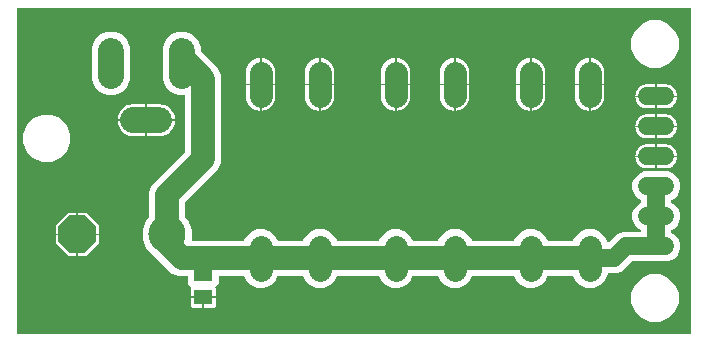
<source format=gbr>
G04 EAGLE Gerber RS-274X export*
G75*
%MOMM*%
%FSLAX34Y34*%
%LPD*%
%INBottom Copper*%
%IPPOS*%
%AMOC8*
5,1,8,0,0,1.08239X$1,22.5*%
G01*
%ADD10P,3.409096X8X202.500000*%
%ADD11C,3.149600*%
%ADD12R,1.600000X1.300000*%
%ADD13C,2.184400*%
%ADD14C,1.981200*%
%ADD15C,1.524000*%
%ADD16C,2.000000*%
%ADD17C,1.000000*%
%ADD18C,1.500000*%

G36*
X570050Y-369D02*
X570050Y-369D01*
X570101Y-367D01*
X570133Y-349D01*
X570169Y-341D01*
X570208Y-308D01*
X570253Y-284D01*
X570274Y-254D01*
X570302Y-231D01*
X570323Y-184D01*
X570353Y-142D01*
X570361Y-100D01*
X570373Y-72D01*
X570372Y-42D01*
X570380Y0D01*
X570380Y275000D01*
X570369Y275050D01*
X570367Y275101D01*
X570349Y275133D01*
X570341Y275169D01*
X570308Y275208D01*
X570284Y275253D01*
X570254Y275274D01*
X570231Y275302D01*
X570184Y275323D01*
X570142Y275353D01*
X570100Y275361D01*
X570072Y275373D01*
X570042Y275372D01*
X570000Y275380D01*
X0Y275380D01*
X-50Y275369D01*
X-101Y275367D01*
X-133Y275349D01*
X-169Y275341D01*
X-208Y275308D01*
X-253Y275284D01*
X-274Y275254D01*
X-302Y275231D01*
X-323Y275184D01*
X-353Y275142D01*
X-361Y275100D01*
X-373Y275072D01*
X-372Y275042D01*
X-380Y275000D01*
X-380Y0D01*
X-369Y-50D01*
X-367Y-101D01*
X-349Y-133D01*
X-341Y-169D01*
X-308Y-208D01*
X-284Y-253D01*
X-254Y-274D01*
X-231Y-302D01*
X-184Y-323D01*
X-142Y-353D01*
X-100Y-361D01*
X-72Y-373D01*
X-42Y-372D01*
X0Y-380D01*
X570000Y-380D01*
X570050Y-369D01*
G37*
%LPC*%
G36*
X157479Y30639D02*
X157479Y30639D01*
X157479Y31021D01*
X157468Y31071D01*
X157466Y31122D01*
X157448Y31154D01*
X157440Y31190D01*
X157407Y31229D01*
X157383Y31274D01*
X157353Y31295D01*
X157329Y31323D01*
X157283Y31344D01*
X157241Y31374D01*
X157199Y31382D01*
X157171Y31394D01*
X157141Y31393D01*
X157099Y31401D01*
X146939Y31401D01*
X146939Y37475D01*
X147112Y38121D01*
X147406Y38630D01*
X147407Y38631D01*
X147408Y38632D01*
X147432Y38714D01*
X147457Y38796D01*
X147456Y38797D01*
X147457Y38798D01*
X147442Y38884D01*
X147428Y38967D01*
X147427Y38968D01*
X147427Y38969D01*
X147346Y39089D01*
X144399Y42035D01*
X144399Y48039D01*
X144388Y48089D01*
X144386Y48140D01*
X144368Y48172D01*
X144360Y48208D01*
X144327Y48247D01*
X144303Y48292D01*
X144273Y48313D01*
X144250Y48341D01*
X144203Y48362D01*
X144161Y48392D01*
X144119Y48400D01*
X144091Y48412D01*
X144061Y48411D01*
X144019Y48419D01*
X136700Y48419D01*
X131157Y50715D01*
X118511Y63362D01*
X116124Y65749D01*
X116122Y65750D01*
X116121Y65751D01*
X116000Y65831D01*
X115201Y66162D01*
X109342Y72021D01*
X106171Y79677D01*
X106171Y87963D01*
X109342Y95619D01*
X111808Y98084D01*
X111848Y98149D01*
X111892Y98211D01*
X111894Y98223D01*
X111899Y98231D01*
X111903Y98268D01*
X111919Y98353D01*
X111919Y119840D01*
X114215Y125383D01*
X142288Y153455D01*
X142328Y153520D01*
X142372Y153582D01*
X142374Y153594D01*
X142379Y153603D01*
X142383Y153640D01*
X142399Y153724D01*
X142399Y201295D01*
X142388Y201345D01*
X142386Y201396D01*
X142368Y201428D01*
X142360Y201464D01*
X142327Y201503D01*
X142303Y201548D01*
X142273Y201569D01*
X142250Y201597D01*
X142203Y201618D01*
X142161Y201648D01*
X142119Y201656D01*
X142091Y201668D01*
X142061Y201667D01*
X142019Y201675D01*
X136037Y201675D01*
X130155Y204112D01*
X125654Y208613D01*
X123217Y214495D01*
X123217Y242705D01*
X125654Y248587D01*
X130155Y253088D01*
X136037Y255525D01*
X142403Y255525D01*
X148285Y253088D01*
X152786Y248587D01*
X155223Y242705D01*
X155223Y239162D01*
X155235Y239110D01*
X155236Y239077D01*
X155245Y239061D01*
X155253Y239013D01*
X155260Y239003D01*
X155262Y238993D01*
X155286Y238965D01*
X155334Y238893D01*
X170265Y223963D01*
X172561Y218420D01*
X172561Y144320D01*
X170265Y138777D01*
X142192Y110705D01*
X142152Y110640D01*
X142108Y110578D01*
X142106Y110566D01*
X142101Y110557D01*
X142097Y110520D01*
X142081Y110436D01*
X142081Y98353D01*
X142098Y98279D01*
X142111Y98204D01*
X142118Y98194D01*
X142120Y98184D01*
X142144Y98155D01*
X142192Y98084D01*
X144658Y95619D01*
X147829Y87963D01*
X147829Y79677D01*
X147592Y79107D01*
X147586Y79069D01*
X147570Y79033D01*
X147572Y78984D01*
X147564Y78936D01*
X147576Y78899D01*
X147577Y78860D01*
X147601Y78817D01*
X147615Y78770D01*
X147641Y78742D01*
X147660Y78708D01*
X147700Y78680D01*
X147734Y78644D01*
X147770Y78630D01*
X147801Y78608D01*
X147861Y78597D01*
X147896Y78584D01*
X147917Y78586D01*
X147944Y78581D01*
X191916Y78581D01*
X191978Y78595D01*
X192041Y78602D01*
X192061Y78615D01*
X192085Y78620D01*
X192134Y78661D01*
X192187Y78695D01*
X192202Y78717D01*
X192218Y78730D01*
X192234Y78765D01*
X192267Y78815D01*
X193543Y81895D01*
X197759Y86111D01*
X203267Y88393D01*
X209229Y88393D01*
X214737Y86111D01*
X218953Y81895D01*
X220229Y78815D01*
X220266Y78764D01*
X220296Y78708D01*
X220316Y78694D01*
X220330Y78675D01*
X220386Y78645D01*
X220438Y78608D01*
X220464Y78603D01*
X220483Y78593D01*
X220521Y78592D01*
X220580Y78581D01*
X241954Y78581D01*
X242016Y78595D01*
X242079Y78602D01*
X242099Y78615D01*
X242123Y78620D01*
X242172Y78661D01*
X242225Y78695D01*
X242240Y78717D01*
X242256Y78730D01*
X242272Y78765D01*
X242305Y78815D01*
X243581Y81895D01*
X247797Y86111D01*
X253305Y88393D01*
X259267Y88393D01*
X264775Y86111D01*
X268991Y81895D01*
X270267Y78815D01*
X270304Y78764D01*
X270334Y78708D01*
X270354Y78694D01*
X270368Y78675D01*
X270424Y78645D01*
X270476Y78608D01*
X270502Y78603D01*
X270521Y78593D01*
X270559Y78592D01*
X270618Y78581D01*
X306216Y78581D01*
X306278Y78595D01*
X306341Y78602D01*
X306361Y78615D01*
X306385Y78620D01*
X306434Y78661D01*
X306487Y78695D01*
X306502Y78717D01*
X306518Y78730D01*
X306534Y78765D01*
X306567Y78815D01*
X307843Y81895D01*
X312059Y86111D01*
X317567Y88393D01*
X323529Y88393D01*
X329037Y86111D01*
X333253Y81895D01*
X334529Y78815D01*
X334566Y78764D01*
X334596Y78708D01*
X334616Y78694D01*
X334630Y78675D01*
X334686Y78645D01*
X334738Y78608D01*
X334764Y78603D01*
X334783Y78593D01*
X334821Y78592D01*
X334880Y78581D01*
X356254Y78581D01*
X356316Y78595D01*
X356379Y78602D01*
X356399Y78615D01*
X356423Y78620D01*
X356472Y78661D01*
X356525Y78695D01*
X356540Y78717D01*
X356556Y78730D01*
X356572Y78765D01*
X356605Y78815D01*
X357881Y81895D01*
X362097Y86111D01*
X367605Y88393D01*
X373567Y88393D01*
X379075Y86111D01*
X383291Y81895D01*
X384567Y78815D01*
X384604Y78764D01*
X384634Y78708D01*
X384654Y78694D01*
X384668Y78675D01*
X384724Y78645D01*
X384776Y78608D01*
X384802Y78603D01*
X384821Y78593D01*
X384859Y78592D01*
X384918Y78581D01*
X420516Y78581D01*
X420578Y78595D01*
X420641Y78602D01*
X420661Y78615D01*
X420685Y78620D01*
X420734Y78661D01*
X420787Y78695D01*
X420802Y78717D01*
X420818Y78730D01*
X420834Y78765D01*
X420867Y78815D01*
X422143Y81895D01*
X426359Y86111D01*
X431867Y88393D01*
X437829Y88393D01*
X443337Y86111D01*
X447553Y81895D01*
X448829Y78815D01*
X448866Y78764D01*
X448896Y78708D01*
X448916Y78694D01*
X448930Y78675D01*
X448986Y78645D01*
X449038Y78608D01*
X449064Y78603D01*
X449083Y78593D01*
X449121Y78592D01*
X449180Y78581D01*
X470554Y78581D01*
X470616Y78595D01*
X470679Y78602D01*
X470699Y78615D01*
X470723Y78620D01*
X470772Y78661D01*
X470825Y78695D01*
X470840Y78717D01*
X470856Y78730D01*
X470872Y78765D01*
X470905Y78815D01*
X472181Y81895D01*
X476397Y86111D01*
X481905Y88393D01*
X487867Y88393D01*
X493375Y86111D01*
X497591Y81895D01*
X499855Y76430D01*
X499877Y76399D01*
X499891Y76363D01*
X499927Y76330D01*
X499956Y76289D01*
X499990Y76271D01*
X500018Y76245D01*
X500065Y76231D01*
X500109Y76208D01*
X500147Y76207D01*
X500184Y76196D01*
X500233Y76205D01*
X500282Y76203D01*
X500317Y76219D01*
X500355Y76226D01*
X500405Y76260D01*
X500439Y76276D01*
X500453Y76292D01*
X500475Y76307D01*
X508494Y84325D01*
X513118Y86241D01*
X528059Y86241D01*
X528109Y86252D01*
X528160Y86254D01*
X528192Y86272D01*
X528228Y86280D01*
X528267Y86313D01*
X528312Y86337D01*
X528333Y86367D01*
X528361Y86390D01*
X528382Y86437D01*
X528412Y86479D01*
X528420Y86521D01*
X528432Y86549D01*
X528431Y86579D01*
X528439Y86621D01*
X528439Y87114D01*
X528426Y87170D01*
X528426Y87178D01*
X528424Y87181D01*
X528418Y87239D01*
X528405Y87259D01*
X528400Y87282D01*
X528359Y87331D01*
X528325Y87385D01*
X528303Y87400D01*
X528290Y87416D01*
X528255Y87431D01*
X528205Y87465D01*
X526206Y88293D01*
X522633Y91866D01*
X520699Y96534D01*
X520699Y101586D01*
X522633Y106254D01*
X526206Y109827D01*
X528205Y110655D01*
X528256Y110692D01*
X528312Y110723D01*
X528326Y110742D01*
X528345Y110756D01*
X528375Y110812D01*
X528412Y110864D01*
X528417Y110891D01*
X528427Y110909D01*
X528428Y110947D01*
X528429Y110953D01*
X528432Y110961D01*
X528432Y110969D01*
X528439Y111006D01*
X528439Y112514D01*
X528425Y112575D01*
X528418Y112639D01*
X528405Y112659D01*
X528400Y112682D01*
X528359Y112731D01*
X528325Y112785D01*
X528303Y112800D01*
X528290Y112816D01*
X528255Y112831D01*
X528205Y112865D01*
X526206Y113693D01*
X522633Y117266D01*
X520699Y121934D01*
X520699Y126986D01*
X522633Y131654D01*
X526206Y135227D01*
X530874Y137161D01*
X551166Y137161D01*
X555834Y135227D01*
X559407Y131654D01*
X561341Y126986D01*
X561341Y121934D01*
X559407Y117266D01*
X555834Y113693D01*
X553835Y112865D01*
X553784Y112828D01*
X553728Y112797D01*
X553714Y112778D01*
X553695Y112764D01*
X553665Y112708D01*
X553628Y112656D01*
X553623Y112629D01*
X553613Y112611D01*
X553612Y112573D01*
X553601Y112514D01*
X553601Y111006D01*
X553614Y110952D01*
X553614Y110932D01*
X553617Y110927D01*
X553622Y110881D01*
X553635Y110861D01*
X553640Y110838D01*
X553681Y110789D01*
X553715Y110735D01*
X553737Y110720D01*
X553750Y110704D01*
X553785Y110689D01*
X553835Y110655D01*
X555834Y109827D01*
X559407Y106254D01*
X561341Y101586D01*
X561341Y96534D01*
X559407Y91866D01*
X555834Y88293D01*
X553835Y87465D01*
X553784Y87428D01*
X553728Y87397D01*
X553714Y87378D01*
X553695Y87364D01*
X553665Y87308D01*
X553628Y87256D01*
X553623Y87229D01*
X553613Y87211D01*
X553612Y87173D01*
X553608Y87150D01*
X553608Y87149D01*
X553601Y87114D01*
X553601Y85606D01*
X553615Y85545D01*
X553622Y85481D01*
X553635Y85461D01*
X553640Y85438D01*
X553681Y85389D01*
X553715Y85335D01*
X553737Y85320D01*
X553750Y85304D01*
X553785Y85289D01*
X553835Y85255D01*
X555834Y84427D01*
X559407Y80854D01*
X561341Y76186D01*
X561341Y71134D01*
X559407Y66466D01*
X555834Y62893D01*
X551166Y60959D01*
X530874Y60959D01*
X530654Y61050D01*
X530652Y61051D01*
X530651Y61052D01*
X530508Y61079D01*
X520989Y61079D01*
X520915Y61062D01*
X520840Y61049D01*
X520830Y61042D01*
X520820Y61040D01*
X520791Y61016D01*
X520720Y60968D01*
X512586Y52835D01*
X507962Y50919D01*
X500253Y50919D01*
X500203Y50908D01*
X500152Y50906D01*
X500137Y50897D01*
X500128Y50896D01*
X500112Y50886D01*
X500084Y50880D01*
X500045Y50847D01*
X500000Y50823D01*
X499990Y50809D01*
X499982Y50804D01*
X499969Y50785D01*
X499951Y50770D01*
X499933Y50730D01*
X499905Y50688D01*
X499900Y50681D01*
X499900Y50678D01*
X497591Y45105D01*
X493375Y40889D01*
X487867Y38607D01*
X481905Y38607D01*
X476397Y40889D01*
X472181Y45105D01*
X470905Y48185D01*
X470868Y48236D01*
X470838Y48292D01*
X470818Y48306D01*
X470804Y48325D01*
X470748Y48355D01*
X470696Y48392D01*
X470670Y48397D01*
X470651Y48407D01*
X470613Y48408D01*
X470554Y48419D01*
X449180Y48419D01*
X449118Y48405D01*
X449055Y48398D01*
X449035Y48385D01*
X449011Y48380D01*
X448962Y48339D01*
X448909Y48305D01*
X448894Y48283D01*
X448878Y48270D01*
X448862Y48235D01*
X448829Y48185D01*
X447553Y45105D01*
X443337Y40889D01*
X437829Y38607D01*
X431867Y38607D01*
X426359Y40889D01*
X422143Y45105D01*
X420867Y48185D01*
X420830Y48236D01*
X420800Y48292D01*
X420780Y48306D01*
X420766Y48325D01*
X420710Y48355D01*
X420658Y48392D01*
X420632Y48397D01*
X420613Y48407D01*
X420575Y48408D01*
X420516Y48419D01*
X384918Y48419D01*
X384856Y48405D01*
X384793Y48398D01*
X384773Y48385D01*
X384749Y48380D01*
X384700Y48339D01*
X384647Y48305D01*
X384632Y48283D01*
X384616Y48270D01*
X384600Y48235D01*
X384567Y48185D01*
X383291Y45105D01*
X379075Y40889D01*
X373567Y38607D01*
X367605Y38607D01*
X362097Y40889D01*
X357881Y45105D01*
X356605Y48185D01*
X356568Y48236D01*
X356538Y48292D01*
X356518Y48306D01*
X356504Y48325D01*
X356448Y48355D01*
X356396Y48392D01*
X356370Y48397D01*
X356351Y48407D01*
X356313Y48408D01*
X356254Y48419D01*
X334880Y48419D01*
X334818Y48405D01*
X334755Y48398D01*
X334735Y48385D01*
X334711Y48380D01*
X334662Y48339D01*
X334609Y48305D01*
X334594Y48283D01*
X334578Y48270D01*
X334562Y48235D01*
X334529Y48185D01*
X333253Y45105D01*
X329037Y40889D01*
X323529Y38607D01*
X317567Y38607D01*
X312059Y40889D01*
X307843Y45105D01*
X306567Y48185D01*
X306530Y48236D01*
X306500Y48292D01*
X306480Y48306D01*
X306466Y48325D01*
X306410Y48355D01*
X306358Y48392D01*
X306332Y48397D01*
X306313Y48407D01*
X306275Y48408D01*
X306216Y48419D01*
X270618Y48419D01*
X270556Y48405D01*
X270493Y48398D01*
X270473Y48385D01*
X270449Y48380D01*
X270400Y48339D01*
X270347Y48305D01*
X270332Y48283D01*
X270316Y48270D01*
X270300Y48235D01*
X270267Y48185D01*
X268991Y45105D01*
X264775Y40889D01*
X259267Y38607D01*
X253305Y38607D01*
X247797Y40889D01*
X243581Y45105D01*
X242305Y48185D01*
X242268Y48236D01*
X242238Y48292D01*
X242218Y48306D01*
X242204Y48325D01*
X242148Y48355D01*
X242096Y48392D01*
X242070Y48397D01*
X242051Y48407D01*
X242013Y48408D01*
X241954Y48419D01*
X220580Y48419D01*
X220518Y48405D01*
X220455Y48398D01*
X220435Y48385D01*
X220411Y48380D01*
X220362Y48339D01*
X220309Y48305D01*
X220294Y48283D01*
X220278Y48270D01*
X220262Y48235D01*
X220229Y48185D01*
X218953Y45105D01*
X214737Y40889D01*
X209229Y38607D01*
X203267Y38607D01*
X197759Y40889D01*
X193543Y45105D01*
X192267Y48185D01*
X192230Y48236D01*
X192200Y48292D01*
X192180Y48306D01*
X192166Y48325D01*
X192110Y48355D01*
X192058Y48392D01*
X192032Y48397D01*
X192013Y48407D01*
X191975Y48408D01*
X191916Y48419D01*
X170941Y48419D01*
X170891Y48408D01*
X170840Y48406D01*
X170808Y48388D01*
X170772Y48380D01*
X170733Y48347D01*
X170688Y48323D01*
X170667Y48293D01*
X170639Y48270D01*
X170618Y48223D01*
X170588Y48181D01*
X170580Y48139D01*
X170568Y48111D01*
X170569Y48081D01*
X170561Y48039D01*
X170561Y42035D01*
X167614Y39089D01*
X167613Y39088D01*
X167612Y39087D01*
X167568Y39014D01*
X167523Y38942D01*
X167523Y38940D01*
X167522Y38939D01*
X167514Y38853D01*
X167506Y38769D01*
X167507Y38768D01*
X167506Y38767D01*
X167554Y38630D01*
X167848Y38121D01*
X168021Y37475D01*
X168021Y31401D01*
X157861Y31401D01*
X157811Y31390D01*
X157760Y31388D01*
X157728Y31370D01*
X157692Y31362D01*
X157653Y31329D01*
X157608Y31305D01*
X157587Y31275D01*
X157559Y31251D01*
X157538Y31205D01*
X157508Y31163D01*
X157500Y31121D01*
X157488Y31093D01*
X157489Y31063D01*
X157481Y31021D01*
X157481Y30639D01*
X157479Y30639D01*
G37*
%LPD*%
%LPC*%
G36*
X76037Y201675D02*
X76037Y201675D01*
X70155Y204112D01*
X65654Y208613D01*
X63217Y214495D01*
X63217Y242705D01*
X65654Y248587D01*
X70155Y253088D01*
X76037Y255525D01*
X82403Y255525D01*
X88285Y253088D01*
X92786Y248587D01*
X95223Y242705D01*
X95223Y214495D01*
X92786Y208613D01*
X88285Y204112D01*
X82403Y201675D01*
X76037Y201675D01*
G37*
%LPD*%
%LPC*%
G36*
X536022Y224999D02*
X536022Y224999D01*
X528670Y228044D01*
X523044Y233670D01*
X519999Y241022D01*
X519999Y248978D01*
X523044Y256330D01*
X528670Y261956D01*
X536022Y265001D01*
X543978Y265001D01*
X551330Y261956D01*
X556956Y256330D01*
X560001Y248978D01*
X560001Y241022D01*
X556956Y233670D01*
X551330Y228044D01*
X543978Y224999D01*
X536022Y224999D01*
G37*
%LPD*%
%LPC*%
G36*
X21022Y145099D02*
X21022Y145099D01*
X13670Y148144D01*
X8044Y153770D01*
X4999Y161122D01*
X4999Y169078D01*
X8044Y176430D01*
X13670Y182056D01*
X21022Y185101D01*
X28978Y185101D01*
X36330Y182056D01*
X41956Y176430D01*
X45001Y169078D01*
X45001Y161122D01*
X41956Y153770D01*
X36330Y148144D01*
X28978Y145099D01*
X21022Y145099D01*
G37*
%LPD*%
%LPC*%
G36*
X536022Y9999D02*
X536022Y9999D01*
X528670Y13044D01*
X523044Y18670D01*
X519999Y26022D01*
X519999Y33978D01*
X523044Y41330D01*
X528670Y46956D01*
X536022Y50001D01*
X543978Y50001D01*
X551330Y46956D01*
X556956Y41330D01*
X560001Y33978D01*
X560001Y26022D01*
X556956Y18670D01*
X551330Y13044D01*
X543978Y9999D01*
X536022Y9999D01*
G37*
%LPD*%
%LPC*%
G36*
X109981Y181361D02*
X109981Y181361D01*
X109981Y194063D01*
X121202Y194063D01*
X123295Y193731D01*
X125310Y193076D01*
X127198Y192114D01*
X128912Y190869D01*
X130411Y189370D01*
X131656Y187656D01*
X132618Y185768D01*
X133273Y183753D01*
X133605Y181660D01*
X133605Y181361D01*
X109981Y181361D01*
G37*
%LPD*%
%LPC*%
G36*
X84835Y181361D02*
X84835Y181361D01*
X84835Y181660D01*
X85167Y183753D01*
X85822Y185768D01*
X86784Y187656D01*
X88029Y189370D01*
X89528Y190869D01*
X91242Y192114D01*
X93130Y193076D01*
X95145Y193731D01*
X97238Y194063D01*
X108459Y194063D01*
X108459Y181361D01*
X84835Y181361D01*
G37*
%LPD*%
%LPC*%
G36*
X109981Y167137D02*
X109981Y167137D01*
X109981Y179839D01*
X133605Y179839D01*
X133605Y179540D01*
X133273Y177447D01*
X132618Y175432D01*
X131656Y173544D01*
X130411Y171830D01*
X128912Y170331D01*
X127198Y169086D01*
X125310Y168124D01*
X123295Y167469D01*
X121202Y167137D01*
X109981Y167137D01*
G37*
%LPD*%
%LPC*%
G36*
X97238Y167137D02*
X97238Y167137D01*
X95145Y167469D01*
X93130Y168124D01*
X91242Y169086D01*
X89528Y170331D01*
X88029Y171830D01*
X86784Y173544D01*
X85822Y175432D01*
X85167Y177447D01*
X84835Y179540D01*
X84835Y179839D01*
X108459Y179839D01*
X108459Y167137D01*
X97238Y167137D01*
G37*
%LPD*%
%LPC*%
G36*
X51561Y84581D02*
X51561Y84581D01*
X51561Y102109D01*
X58375Y102109D01*
X69089Y91395D01*
X69089Y84581D01*
X51561Y84581D01*
G37*
%LPD*%
%LPC*%
G36*
X32511Y84581D02*
X32511Y84581D01*
X32511Y91395D01*
X43225Y102109D01*
X50039Y102109D01*
X50039Y84581D01*
X32511Y84581D01*
G37*
%LPD*%
%LPC*%
G36*
X51561Y65531D02*
X51561Y65531D01*
X51561Y83059D01*
X69089Y83059D01*
X69089Y76245D01*
X58375Y65531D01*
X51561Y65531D01*
G37*
%LPD*%
%LPC*%
G36*
X43225Y65531D02*
X43225Y65531D01*
X32511Y76245D01*
X32511Y83059D01*
X50039Y83059D01*
X50039Y65531D01*
X43225Y65531D01*
G37*
%LPD*%
%LPC*%
G36*
X485393Y211581D02*
X485393Y211581D01*
X485393Y233173D01*
X485612Y233173D01*
X487547Y232866D01*
X489410Y232261D01*
X491156Y231371D01*
X492741Y230220D01*
X494126Y228835D01*
X495277Y227250D01*
X496167Y225504D01*
X496772Y223641D01*
X497079Y221706D01*
X497079Y211581D01*
X485393Y211581D01*
G37*
%LPD*%
%LPC*%
G36*
X435355Y211581D02*
X435355Y211581D01*
X435355Y233173D01*
X435574Y233173D01*
X437509Y232866D01*
X439372Y232261D01*
X441118Y231371D01*
X442703Y230220D01*
X444088Y228835D01*
X445239Y227250D01*
X446129Y225504D01*
X446734Y223641D01*
X447041Y221706D01*
X447041Y211581D01*
X435355Y211581D01*
G37*
%LPD*%
%LPC*%
G36*
X371093Y211581D02*
X371093Y211581D01*
X371093Y233173D01*
X371312Y233173D01*
X373247Y232866D01*
X375110Y232261D01*
X376856Y231371D01*
X378441Y230220D01*
X379826Y228835D01*
X380977Y227250D01*
X381867Y225504D01*
X382472Y223641D01*
X382779Y221706D01*
X382779Y211581D01*
X371093Y211581D01*
G37*
%LPD*%
%LPC*%
G36*
X321055Y211581D02*
X321055Y211581D01*
X321055Y233173D01*
X321274Y233173D01*
X323209Y232866D01*
X325072Y232261D01*
X326818Y231371D01*
X328403Y230220D01*
X329788Y228835D01*
X330939Y227250D01*
X331829Y225504D01*
X332434Y223641D01*
X332741Y221706D01*
X332741Y211581D01*
X321055Y211581D01*
G37*
%LPD*%
%LPC*%
G36*
X256793Y211581D02*
X256793Y211581D01*
X256793Y233173D01*
X257012Y233173D01*
X258947Y232866D01*
X260810Y232261D01*
X262556Y231371D01*
X264141Y230220D01*
X265526Y228835D01*
X266677Y227250D01*
X267567Y225504D01*
X268172Y223641D01*
X268479Y221706D01*
X268479Y211581D01*
X256793Y211581D01*
G37*
%LPD*%
%LPC*%
G36*
X206755Y211581D02*
X206755Y211581D01*
X206755Y233173D01*
X206974Y233173D01*
X208909Y232866D01*
X210772Y232261D01*
X212518Y231371D01*
X214103Y230220D01*
X215488Y228835D01*
X216639Y227250D01*
X217529Y225504D01*
X218134Y223641D01*
X218441Y221706D01*
X218441Y211581D01*
X206755Y211581D01*
G37*
%LPD*%
%LPC*%
G36*
X485393Y188467D02*
X485393Y188467D01*
X485393Y210059D01*
X497079Y210059D01*
X497079Y199934D01*
X496772Y197999D01*
X496167Y196136D01*
X495277Y194390D01*
X494126Y192805D01*
X492741Y191420D01*
X491156Y190269D01*
X489410Y189379D01*
X487547Y188774D01*
X485612Y188467D01*
X485393Y188467D01*
G37*
%LPD*%
%LPC*%
G36*
X206755Y188467D02*
X206755Y188467D01*
X206755Y210059D01*
X218441Y210059D01*
X218441Y199934D01*
X218134Y197999D01*
X217529Y196136D01*
X216639Y194390D01*
X215488Y192805D01*
X214103Y191420D01*
X212518Y190269D01*
X210772Y189379D01*
X208909Y188774D01*
X206974Y188467D01*
X206755Y188467D01*
G37*
%LPD*%
%LPC*%
G36*
X256793Y188467D02*
X256793Y188467D01*
X256793Y210059D01*
X268479Y210059D01*
X268479Y199934D01*
X268172Y197999D01*
X267567Y196136D01*
X266677Y194390D01*
X265526Y192805D01*
X264141Y191420D01*
X262556Y190269D01*
X260810Y189379D01*
X258947Y188774D01*
X257012Y188467D01*
X256793Y188467D01*
G37*
%LPD*%
%LPC*%
G36*
X435355Y188467D02*
X435355Y188467D01*
X435355Y210059D01*
X447041Y210059D01*
X447041Y199934D01*
X446734Y197999D01*
X446129Y196136D01*
X445239Y194390D01*
X444088Y192805D01*
X442703Y191420D01*
X441118Y190269D01*
X439372Y189379D01*
X437509Y188774D01*
X435574Y188467D01*
X435355Y188467D01*
G37*
%LPD*%
%LPC*%
G36*
X321055Y188467D02*
X321055Y188467D01*
X321055Y210059D01*
X332741Y210059D01*
X332741Y199934D01*
X332434Y197999D01*
X331829Y196136D01*
X330939Y194390D01*
X329788Y192805D01*
X328403Y191420D01*
X326818Y190269D01*
X325072Y189379D01*
X323209Y188774D01*
X321274Y188467D01*
X321055Y188467D01*
G37*
%LPD*%
%LPC*%
G36*
X371093Y188467D02*
X371093Y188467D01*
X371093Y210059D01*
X382779Y210059D01*
X382779Y199934D01*
X382472Y197999D01*
X381867Y196136D01*
X380977Y194390D01*
X379826Y192805D01*
X378441Y191420D01*
X376856Y190269D01*
X375110Y189379D01*
X373247Y188774D01*
X371312Y188467D01*
X371093Y188467D01*
G37*
%LPD*%
%LPC*%
G36*
X472185Y211581D02*
X472185Y211581D01*
X472185Y221706D01*
X472492Y223641D01*
X473097Y225504D01*
X473987Y227250D01*
X475138Y228835D01*
X476523Y230220D01*
X478108Y231371D01*
X479854Y232261D01*
X481717Y232866D01*
X483652Y233173D01*
X483871Y233173D01*
X483871Y211581D01*
X472185Y211581D01*
G37*
%LPD*%
%LPC*%
G36*
X422147Y211581D02*
X422147Y211581D01*
X422147Y221706D01*
X422454Y223641D01*
X423059Y225504D01*
X423949Y227250D01*
X425100Y228835D01*
X426485Y230220D01*
X428070Y231371D01*
X429816Y232261D01*
X431679Y232866D01*
X433614Y233173D01*
X433833Y233173D01*
X433833Y211581D01*
X422147Y211581D01*
G37*
%LPD*%
%LPC*%
G36*
X357885Y211581D02*
X357885Y211581D01*
X357885Y221706D01*
X358192Y223641D01*
X358797Y225504D01*
X359687Y227250D01*
X360838Y228835D01*
X362223Y230220D01*
X363808Y231371D01*
X365554Y232261D01*
X367417Y232866D01*
X369352Y233173D01*
X369571Y233173D01*
X369571Y211581D01*
X357885Y211581D01*
G37*
%LPD*%
%LPC*%
G36*
X307847Y211581D02*
X307847Y211581D01*
X307847Y221706D01*
X308154Y223641D01*
X308759Y225504D01*
X309649Y227250D01*
X310800Y228835D01*
X312185Y230220D01*
X313770Y231371D01*
X315516Y232261D01*
X317379Y232866D01*
X319314Y233173D01*
X319533Y233173D01*
X319533Y211581D01*
X307847Y211581D01*
G37*
%LPD*%
%LPC*%
G36*
X243585Y211581D02*
X243585Y211581D01*
X243585Y221706D01*
X243892Y223641D01*
X244497Y225504D01*
X245387Y227250D01*
X246538Y228835D01*
X247923Y230220D01*
X249508Y231371D01*
X251254Y232261D01*
X253117Y232866D01*
X255052Y233173D01*
X255271Y233173D01*
X255271Y211581D01*
X243585Y211581D01*
G37*
%LPD*%
%LPC*%
G36*
X193547Y211581D02*
X193547Y211581D01*
X193547Y221706D01*
X193854Y223641D01*
X194459Y225504D01*
X195349Y227250D01*
X196500Y228835D01*
X197885Y230220D01*
X199470Y231371D01*
X201216Y232261D01*
X203079Y232866D01*
X205014Y233173D01*
X205233Y233173D01*
X205233Y211581D01*
X193547Y211581D01*
G37*
%LPD*%
%LPC*%
G36*
X205014Y188467D02*
X205014Y188467D01*
X203079Y188774D01*
X201216Y189379D01*
X199470Y190269D01*
X197885Y191420D01*
X196500Y192805D01*
X195349Y194390D01*
X194459Y196136D01*
X193854Y197999D01*
X193547Y199934D01*
X193547Y210059D01*
X205233Y210059D01*
X205233Y188467D01*
X205014Y188467D01*
G37*
%LPD*%
%LPC*%
G36*
X255052Y188467D02*
X255052Y188467D01*
X253117Y188774D01*
X251254Y189379D01*
X249508Y190269D01*
X247923Y191420D01*
X246538Y192805D01*
X245387Y194390D01*
X244497Y196136D01*
X243892Y197999D01*
X243585Y199934D01*
X243585Y210059D01*
X255271Y210059D01*
X255271Y188467D01*
X255052Y188467D01*
G37*
%LPD*%
%LPC*%
G36*
X483652Y188467D02*
X483652Y188467D01*
X481717Y188774D01*
X479854Y189379D01*
X478108Y190269D01*
X476523Y191420D01*
X475138Y192805D01*
X473987Y194390D01*
X473097Y196136D01*
X472492Y197999D01*
X472185Y199934D01*
X472185Y210059D01*
X483871Y210059D01*
X483871Y188467D01*
X483652Y188467D01*
G37*
%LPD*%
%LPC*%
G36*
X369352Y188467D02*
X369352Y188467D01*
X367417Y188774D01*
X365554Y189379D01*
X363808Y190269D01*
X362223Y191420D01*
X360838Y192805D01*
X359687Y194390D01*
X358797Y196136D01*
X358192Y197999D01*
X357885Y199934D01*
X357885Y210059D01*
X369571Y210059D01*
X369571Y188467D01*
X369352Y188467D01*
G37*
%LPD*%
%LPC*%
G36*
X433614Y188467D02*
X433614Y188467D01*
X431679Y188774D01*
X429816Y189379D01*
X428070Y190269D01*
X426485Y191420D01*
X425100Y192805D01*
X423949Y194390D01*
X423059Y196136D01*
X422454Y197999D01*
X422147Y199934D01*
X422147Y210059D01*
X433833Y210059D01*
X433833Y188467D01*
X433614Y188467D01*
G37*
%LPD*%
%LPC*%
G36*
X319314Y188467D02*
X319314Y188467D01*
X317379Y188774D01*
X315516Y189379D01*
X313770Y190269D01*
X312185Y191420D01*
X310800Y192805D01*
X309649Y194390D01*
X308759Y196136D01*
X308154Y197999D01*
X307847Y199934D01*
X307847Y210059D01*
X319533Y210059D01*
X319533Y188467D01*
X319314Y188467D01*
G37*
%LPD*%
%LPC*%
G36*
X541781Y176021D02*
X541781Y176021D01*
X541781Y185421D01*
X549440Y185421D01*
X551019Y185171D01*
X552540Y184676D01*
X553965Y183950D01*
X555259Y183010D01*
X556390Y181879D01*
X557330Y180585D01*
X558056Y179160D01*
X558551Y177639D01*
X558801Y176060D01*
X558801Y176021D01*
X541781Y176021D01*
G37*
%LPD*%
%LPC*%
G36*
X541781Y201421D02*
X541781Y201421D01*
X541781Y210821D01*
X549440Y210821D01*
X551019Y210571D01*
X552540Y210076D01*
X553965Y209350D01*
X555259Y208410D01*
X556390Y207279D01*
X557330Y205985D01*
X558056Y204560D01*
X558551Y203039D01*
X558801Y201460D01*
X558801Y201421D01*
X541781Y201421D01*
G37*
%LPD*%
%LPC*%
G36*
X541781Y150621D02*
X541781Y150621D01*
X541781Y160021D01*
X549440Y160021D01*
X551019Y159771D01*
X552540Y159276D01*
X553965Y158550D01*
X555259Y157610D01*
X556390Y156479D01*
X557330Y155185D01*
X558056Y153760D01*
X558551Y152239D01*
X558801Y150660D01*
X558801Y150621D01*
X541781Y150621D01*
G37*
%LPD*%
%LPC*%
G36*
X523239Y176021D02*
X523239Y176021D01*
X523239Y176060D01*
X523489Y177639D01*
X523984Y179160D01*
X524710Y180585D01*
X525650Y181879D01*
X526781Y183010D01*
X528075Y183950D01*
X529500Y184676D01*
X531021Y185171D01*
X532600Y185421D01*
X540259Y185421D01*
X540259Y176021D01*
X523239Y176021D01*
G37*
%LPD*%
%LPC*%
G36*
X523239Y150621D02*
X523239Y150621D01*
X523239Y150660D01*
X523489Y152239D01*
X523984Y153760D01*
X524710Y155185D01*
X525650Y156479D01*
X526781Y157610D01*
X528075Y158550D01*
X529500Y159276D01*
X531021Y159771D01*
X532600Y160021D01*
X540259Y160021D01*
X540259Y150621D01*
X523239Y150621D01*
G37*
%LPD*%
%LPC*%
G36*
X523239Y201421D02*
X523239Y201421D01*
X523239Y201460D01*
X523489Y203039D01*
X523984Y204560D01*
X524710Y205985D01*
X525650Y207279D01*
X526781Y208410D01*
X528075Y209350D01*
X529500Y210076D01*
X531021Y210571D01*
X532600Y210821D01*
X540259Y210821D01*
X540259Y201421D01*
X523239Y201421D01*
G37*
%LPD*%
%LPC*%
G36*
X541781Y190499D02*
X541781Y190499D01*
X541781Y199899D01*
X558801Y199899D01*
X558801Y199860D01*
X558551Y198281D01*
X558056Y196760D01*
X557330Y195335D01*
X556390Y194041D01*
X555259Y192910D01*
X553965Y191970D01*
X552540Y191244D01*
X551019Y190749D01*
X549440Y190499D01*
X541781Y190499D01*
G37*
%LPD*%
%LPC*%
G36*
X541781Y139699D02*
X541781Y139699D01*
X541781Y149099D01*
X558801Y149099D01*
X558801Y149060D01*
X558551Y147481D01*
X558056Y145960D01*
X557330Y144535D01*
X556390Y143241D01*
X555259Y142110D01*
X553965Y141170D01*
X552540Y140444D01*
X551019Y139949D01*
X549440Y139699D01*
X541781Y139699D01*
G37*
%LPD*%
%LPC*%
G36*
X541781Y165099D02*
X541781Y165099D01*
X541781Y174499D01*
X558801Y174499D01*
X558801Y174460D01*
X558551Y172881D01*
X558056Y171360D01*
X557330Y169935D01*
X556390Y168641D01*
X555259Y167510D01*
X553965Y166570D01*
X552540Y165844D01*
X551019Y165349D01*
X549440Y165099D01*
X541781Y165099D01*
G37*
%LPD*%
%LPC*%
G36*
X532600Y165099D02*
X532600Y165099D01*
X531021Y165349D01*
X529500Y165844D01*
X528075Y166570D01*
X526781Y167510D01*
X525650Y168641D01*
X524710Y169935D01*
X523984Y171360D01*
X523489Y172881D01*
X523239Y174460D01*
X523239Y174499D01*
X540259Y174499D01*
X540259Y165099D01*
X532600Y165099D01*
G37*
%LPD*%
%LPC*%
G36*
X532600Y139699D02*
X532600Y139699D01*
X531021Y139949D01*
X529500Y140444D01*
X528075Y141170D01*
X526781Y142110D01*
X525650Y143241D01*
X524710Y144535D01*
X523984Y145960D01*
X523489Y147481D01*
X523239Y149060D01*
X523239Y149099D01*
X540259Y149099D01*
X540259Y139699D01*
X532600Y139699D01*
G37*
%LPD*%
%LPC*%
G36*
X532600Y190499D02*
X532600Y190499D01*
X531021Y190749D01*
X529500Y191244D01*
X528075Y191970D01*
X526781Y192910D01*
X525650Y194041D01*
X524710Y195335D01*
X523984Y196760D01*
X523489Y198281D01*
X523239Y199860D01*
X523239Y199899D01*
X540259Y199899D01*
X540259Y190499D01*
X532600Y190499D01*
G37*
%LPD*%
%LPC*%
G36*
X158241Y21599D02*
X158241Y21599D01*
X158241Y29879D01*
X168021Y29879D01*
X168021Y23805D01*
X167848Y23159D01*
X167513Y22580D01*
X167040Y22107D01*
X166461Y21772D01*
X165815Y21599D01*
X158241Y21599D01*
G37*
%LPD*%
%LPC*%
G36*
X149145Y21599D02*
X149145Y21599D01*
X148499Y21772D01*
X147920Y22107D01*
X147447Y22580D01*
X147112Y23159D01*
X146939Y23805D01*
X146939Y29879D01*
X156719Y29879D01*
X156719Y21599D01*
X149145Y21599D01*
G37*
%LPD*%
%LPC*%
G36*
X370331Y210819D02*
X370331Y210819D01*
X370331Y210821D01*
X370333Y210821D01*
X370333Y210819D01*
X370331Y210819D01*
G37*
%LPD*%
%LPC*%
G36*
X434593Y210819D02*
X434593Y210819D01*
X434593Y210821D01*
X434595Y210821D01*
X434595Y210819D01*
X434593Y210819D01*
G37*
%LPD*%
%LPC*%
G36*
X484631Y210819D02*
X484631Y210819D01*
X484631Y210821D01*
X484633Y210821D01*
X484633Y210819D01*
X484631Y210819D01*
G37*
%LPD*%
%LPC*%
G36*
X109219Y180599D02*
X109219Y180599D01*
X109219Y180601D01*
X109221Y180601D01*
X109221Y180599D01*
X109219Y180599D01*
G37*
%LPD*%
%LPC*%
G36*
X205993Y210819D02*
X205993Y210819D01*
X205993Y210821D01*
X205995Y210821D01*
X205995Y210819D01*
X205993Y210819D01*
G37*
%LPD*%
%LPC*%
G36*
X256031Y210819D02*
X256031Y210819D01*
X256031Y210821D01*
X256033Y210821D01*
X256033Y210819D01*
X256031Y210819D01*
G37*
%LPD*%
%LPC*%
G36*
X541019Y175259D02*
X541019Y175259D01*
X541019Y175261D01*
X541021Y175261D01*
X541021Y175259D01*
X541019Y175259D01*
G37*
%LPD*%
%LPC*%
G36*
X541019Y149859D02*
X541019Y149859D01*
X541019Y149861D01*
X541021Y149861D01*
X541021Y149859D01*
X541019Y149859D01*
G37*
%LPD*%
%LPC*%
G36*
X50799Y83819D02*
X50799Y83819D01*
X50799Y83821D01*
X50801Y83821D01*
X50801Y83819D01*
X50799Y83819D01*
G37*
%LPD*%
%LPC*%
G36*
X320293Y210819D02*
X320293Y210819D01*
X320293Y210821D01*
X320295Y210821D01*
X320295Y210819D01*
X320293Y210819D01*
G37*
%LPD*%
%LPC*%
G36*
X541019Y200659D02*
X541019Y200659D01*
X541019Y200661D01*
X541021Y200661D01*
X541021Y200659D01*
X541019Y200659D01*
G37*
%LPD*%
D10*
X50800Y83820D03*
D11*
X127000Y83820D03*
D12*
X157480Y50640D03*
X157480Y30640D03*
D13*
X120142Y180600D02*
X98298Y180600D01*
X79220Y217678D02*
X79220Y239522D01*
X139220Y239522D02*
X139220Y217678D01*
D14*
X256286Y73406D02*
X256286Y53594D01*
X206248Y53594D02*
X206248Y73406D01*
X370586Y73406D02*
X370586Y53594D01*
X320548Y53594D02*
X320548Y73406D01*
X484886Y73406D02*
X484886Y53594D01*
X434848Y53594D02*
X434848Y73406D01*
X205994Y200914D02*
X205994Y220726D01*
X256032Y220726D02*
X256032Y200914D01*
X320294Y200914D02*
X320294Y220726D01*
X370332Y220726D02*
X370332Y200914D01*
X434594Y200914D02*
X434594Y220726D01*
X484632Y220726D02*
X484632Y200914D01*
D15*
X533400Y73660D02*
X548640Y73660D01*
X548640Y99060D02*
X533400Y99060D01*
X533400Y124460D02*
X548640Y124460D01*
X548640Y149860D02*
X533400Y149860D01*
X533400Y175260D02*
X548640Y175260D01*
X548640Y200660D02*
X533400Y200660D01*
D16*
X256286Y63500D02*
X206248Y63500D01*
X256286Y63500D02*
X320548Y63500D01*
X370586Y63500D01*
X434848Y63500D01*
X484886Y63500D01*
X139700Y63500D02*
X127000Y76200D01*
X127000Y83820D01*
X139700Y63500D02*
X157480Y63500D01*
X206248Y63500D01*
D17*
X157480Y63500D02*
X157480Y50640D01*
D16*
X157480Y215420D02*
X144300Y228600D01*
X139220Y228600D01*
X127000Y116840D02*
X127000Y83820D01*
X157480Y147320D02*
X157480Y215420D01*
X157480Y147320D02*
X127000Y116840D01*
D18*
X541020Y124460D02*
X541020Y99060D01*
X541020Y73660D01*
X515620Y73660D01*
X505460Y63500D02*
X484886Y63500D01*
X505460Y63500D02*
X515620Y73660D01*
M02*

</source>
